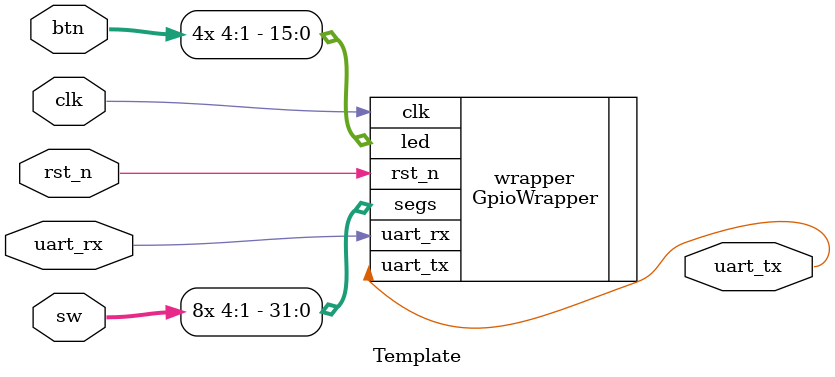
<source format=v>
`timescale 1ns / 1ps
module Template(
    input wire clk,
    input wire rst_n,
    
    input wire uart_rx,
    output wire uart_tx,
    
    input wire [4:1] sw,
    input wire [4:1] btn
);

    GpioWrapper wrapper (
        .clk(clk),
        .rst_n(rst_n),
        
        .uart_rx(uart_rx),
        .uart_tx(uart_tx),
        
        .segs({8{sw[4:1]}}),
        .led({4{btn[4:1]}})
    );

endmodule

</source>
